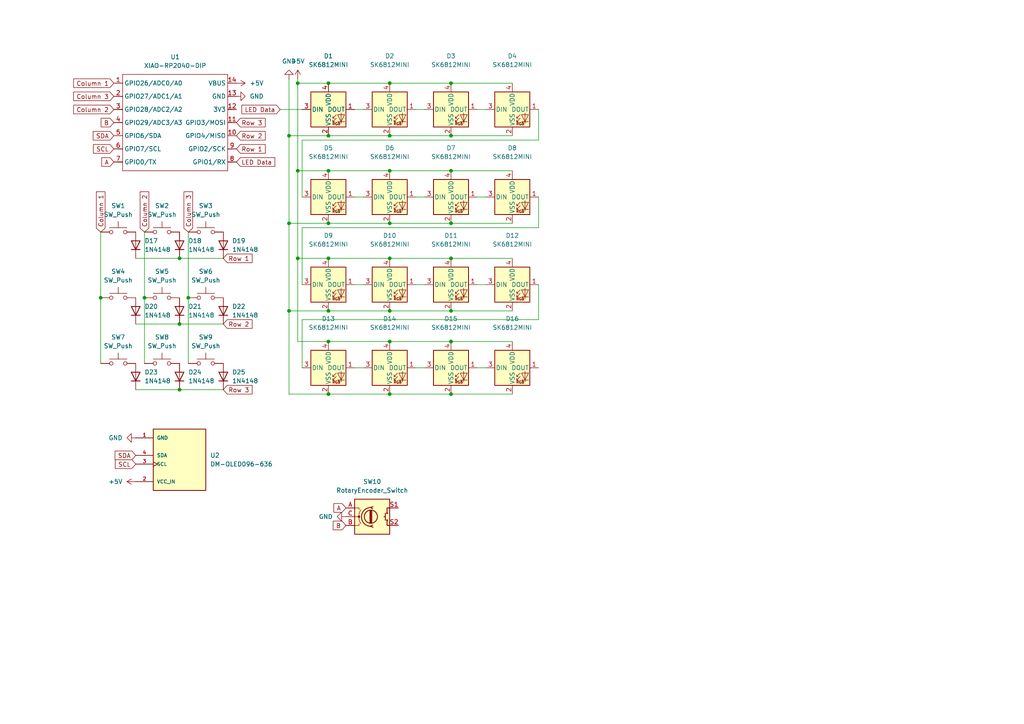
<source format=kicad_sch>
(kicad_sch (version 20250114) (generator "eeschema") (generator_version "9.0")
  (paper "A4")
  (lib_symbols
    (symbol "Device:RotaryEncoder_Switch" (pin_names (offset 0.254) (hide yes))
      (property "Reference" "SW" (at 0 6.604 0))
      (property "Value" "RotaryEncoder_Switch" (at 0 -6.604 0))
      (symbol "RotaryEncoder_Switch_0_1"
        (rectangle (start -5.08 5.08) (end 5.08 -5.08) (stroke (width 0.254)) (fill (type background)))
        (polyline (pts (xy -5.08 2.54) (xy -3.81 2.54) (xy -3.81 2.032)))
        (polyline (pts (xy -5.08 0) (xy -3.81 0) (xy -3.81 -1.016) (xy -3.302 -2.032)))
        (polyline (pts (xy -5.08 -2.54) (xy -3.81 -2.54) (xy -3.81 -2.032)))
        (polyline (pts (xy -4.318 0) (xy -3.81 0) (xy -3.81 1.016) (xy -3.302 2.032)))
        (circle (center -3.81 0) (radius 0.254) (fill (type outline)))
        (polyline (pts (xy -0.635 -1.778) (xy -0.635 1.778)) (stroke (width 0.254)))
        (circle (center -0.381 0) (radius 1.905) (stroke (width 0.254)))
        (polyline (pts (xy -0.381 -1.778) (xy -0.381 1.778)) (stroke (width 0.254)))
        (arc (start -0.381 -2.794) (mid -3.0988 -0.0635) (end -0.381 2.667) (stroke (width 0.254)))
        (polyline (pts (xy -0.127 1.778) (xy -0.127 -1.778)) (stroke (width 0.254)))
        (polyline (pts (xy 0.254 2.921) (xy -0.508 2.667) (xy 0.127 2.286)) (stroke (width 0.254)))
        (polyline (pts (xy 0.254 -3.048) (xy -0.508 -2.794) (xy 0.127 -2.413)) (stroke (width 0.254)))
        (polyline (pts (xy 3.81 1.016) (xy 3.81 -1.016)) (stroke (width 0.254)))
        (polyline (pts (xy 3.81 0) (xy 3.429 0)) (stroke (width 0.254)))
        (circle (center 4.318 1.016) (radius 0.127) (stroke (width 0.254)))
        (circle (center 4.318 -1.016) (radius 0.127) (stroke (width 0.254)))
        (polyline (pts (xy 5.08 2.54) (xy 4.318 2.54) (xy 4.318 1.016)) (stroke (width 0.254)))
        (polyline (pts (xy 5.08 -2.54) (xy 4.318 -2.54) (xy 4.318 -1.016)) (stroke (width 0.254)))
      )
      (symbol "RotaryEncoder_Switch_1_1"
        (pin passive line (at -7.62 2.54 0) (length 2.54) (name "A") (number "A"))
        (pin passive line (at -7.62 0 0) (length 2.54) (name "C") (number "C"))
        (pin passive line (at -7.62 -2.54 0) (length 2.54) (name "B") (number "B"))
        (pin passive line (at 7.62 2.54 180) (length 2.54) (name "S1") (number "S1"))
        (pin passive line (at 7.62 -2.54 180) (length 2.54) (name "S2") (number "S2"))
      )
    )
    (symbol "Diode:1N4148" (pin_numbers (hide yes)) (pin_names (hide yes))
      (property "Reference" "D" (at 0 2.54 0))
      (property "Value" "1N4148" (at 0 -2.54 0))
      (symbol "1N4148_0_1"
        (polyline (pts (xy -1.27 1.27) (xy -1.27 -1.27)) (stroke (width 0.254)))
        (polyline (pts (xy 1.27 1.27) (xy 1.27 -1.27) (xy -1.27 0) (xy 1.27 1.27)) (stroke (width 0.254)))
        (polyline (pts (xy 1.27 0) (xy -1.27 0)))
      )
      (symbol "1N4148_1_1"
        (pin passive line (at -3.81 0 0) (length 2.54) (name "K") (number "1"))
        (pin passive line (at 3.81 0 180) (length 2.54) (name "A") (number "2"))
      )
    )
    (symbol "LED:SK6812MINI" (pin_names (offset 0.254))
      (property "Reference" "D" (at 5.08 5.715 0))
      (property "Value" "SK6812MINI" (at 1.27 -5.715 0))
      (symbol "SK6812MINI_0_0"
        (text "RGB" (at 2.286 -4.191 0) (effects (font (size 0.762 0.762))))
      )
      (symbol "SK6812MINI_0_1"
        (polyline (pts (xy 1.27 -2.54) (xy 1.778 -2.54)))
        (polyline (pts (xy 1.27 -3.556) (xy 1.778 -3.556)))
        (polyline (pts (xy 2.286 -1.524) (xy 1.27 -2.54) (xy 1.27 -2.032)))
        (polyline (pts (xy 2.286 -2.54) (xy 1.27 -3.556) (xy 1.27 -3.048)))
        (polyline (pts (xy 3.683 -1.016) (xy 3.683 -3.556) (xy 3.683 -4.064)))
        (polyline (pts (xy 4.699 -1.524) (xy 2.667 -1.524) (xy 3.683 -3.556) (xy 4.699 -1.524)))
        (polyline (pts (xy 4.699 -3.556) (xy 2.667 -3.556)))
        (rectangle (start 5.08 5.08) (end -5.08 -5.08) (stroke (width 0.254)) (fill (type background)))
      )
      (symbol "SK6812MINI_1_1"
        (pin input line (at -7.62 0 0) (length 2.54) (name "DIN") (number "3"))
        (pin power_in line (at 0 7.62 270) (length 2.54) (name "VDD") (number "4"))
        (pin power_in line (at 0 -7.62 90) (length 2.54) (name "VSS") (number "2"))
        (pin output line (at 7.62 0 180) (length 2.54) (name "DOUT") (number "1"))
      )
    )
    (symbol "OLED:DM-OLED096-636" (pin_names (offset 1.016))
      (property "Reference" "U" (at -7.62 10.922 0))
      (property "Value" "DM-OLED096-636" (at -7.62 -10.16 0))
      (symbol "DM-OLED096-636_0_0"
        (rectangle (start -7.62 -7.62) (end 7.62 10.16) (stroke (width 0.254)) (fill (type background)))
        (pin power_in line (at 12.7 7.62 180) (length 5.08) (name "VCC_IN") (number "2"))
        (pin input clock (at 12.7 2.54 180) (length 5.08) (name "SCL") (number "3"))
        (pin bidirectional line (at 12.7 0 180) (length 5.08) (name "SDA") (number "4"))
        (pin power_in line (at 12.7 -5.08 180) (length 5.08) (name "GND") (number "1"))
      )
    )
    (symbol "OPL:XIAO-RP2040-DIP"
      (property "Reference" "U" (at 0 0 0))
      (property "Value" "XIAO-RP2040-DIP" (at 5.334 -1.778 0))
      (symbol "XIAO-RP2040-DIP_1_0"
        (polyline (pts (xy -1.27 -2.54) (xy 29.21 -2.54)) (stroke (width 0.1524)))
        (polyline (pts (xy -1.27 -5.08) (xy -2.54 -5.08)) (stroke (width 0.1524)))
        (polyline (pts (xy -1.27 -5.08) (xy -1.27 -2.54)) (stroke (width 0.1524)))
        (polyline (pts (xy -1.27 -8.89) (xy -2.54 -8.89)) (stroke (width 0.1524)))
        (polyline (pts (xy -1.27 -8.89) (xy -1.27 -5.08)) (stroke (width 0.1524)))
        (polyline (pts (xy -1.27 -12.7) (xy -2.54 -12.7)) (stroke (width 0.1524)))
        (polyline (pts (xy -1.27 -12.7) (xy -1.27 -8.89)) (stroke (width 0.1524)))
        (polyline (pts (xy -1.27 -16.51) (xy -2.54 -16.51)) (stroke (width 0.1524)))
        (polyline (pts (xy -1.27 -16.51) (xy -1.27 -12.7)) (stroke (width 0.1524)))
        (polyline (pts (xy -1.27 -20.32) (xy -2.54 -20.32)) (stroke (width 0.1524)))
        (polyline (pts (xy -1.27 -24.13) (xy -2.54 -24.13)) (stroke (width 0.1524)))
        (polyline (pts (xy -1.27 -27.94) (xy -2.54 -27.94)) (stroke (width 0.1524)))
        (polyline (pts (xy -1.27 -30.48) (xy -1.27 -16.51)) (stroke (width 0.1524)))
        (polyline (pts (xy 29.21 -2.54) (xy 29.21 -5.08)) (stroke (width 0.1524)))
        (polyline (pts (xy 29.21 -5.08) (xy 29.21 -8.89)) (stroke (width 0.1524)))
        (polyline (pts (xy 29.21 -8.89) (xy 29.21 -12.7)) (stroke (width 0.1524)))
        (polyline (pts (xy 29.21 -12.7) (xy 29.21 -30.48)) (stroke (width 0.1524)))
        (polyline (pts (xy 29.21 -30.48) (xy -1.27 -30.48)) (stroke (width 0.1524)))
        (polyline (pts (xy 30.48 -5.08) (xy 29.21 -5.08)) (stroke (width 0.1524)))
        (polyline (pts (xy 30.48 -8.89) (xy 29.21 -8.89)) (stroke (width 0.1524)))
        (polyline (pts (xy 30.48 -12.7) (xy 29.21 -12.7)) (stroke (width 0.1524)))
        (polyline (pts (xy 30.48 -16.51) (xy 29.21 -16.51)) (stroke (width 0.1524)))
        (polyline (pts (xy 30.48 -20.32) (xy 29.21 -20.32)) (stroke (width 0.1524)))
        (polyline (pts (xy 30.48 -24.13) (xy 29.21 -24.13)) (stroke (width 0.1524)))
        (polyline (pts (xy 30.48 -27.94) (xy 29.21 -27.94)) (stroke (width 0.1524)))
        (pin passive line (at -3.81 -5.08 0) (length 2.54) (name "GPIO26/ADC0/A0") (number "1"))
        (pin passive line (at -3.81 -8.89 0) (length 2.54) (name "GPIO27/ADC1/A1") (number "2"))
        (pin passive line (at -3.81 -12.7 0) (length 2.54) (name "GPIO28/ADC2/A2") (number "3"))
        (pin passive line (at -3.81 -16.51 0) (length 2.54) (name "GPIO29/ADC3/A3") (number "4"))
        (pin passive line (at -3.81 -20.32 0) (length 2.54) (name "GPIO6/SDA") (number "5"))
        (pin passive line (at -3.81 -24.13 0) (length 2.54) (name "GPIO7/SCL") (number "6"))
        (pin passive line (at -3.81 -27.94 0) (length 2.54) (name "GPIO0/TX") (number "7"))
        (pin passive line (at 31.75 -5.08 180) (length 2.54) (name "VBUS") (number "14"))
        (pin passive line (at 31.75 -8.89 180) (length 2.54) (name "GND") (number "13"))
        (pin passive line (at 31.75 -12.7 180) (length 2.54) (name "3V3") (number "12"))
        (pin passive line (at 31.75 -16.51 180) (length 2.54) (name "GPIO3/MOSI") (number "11"))
        (pin passive line (at 31.75 -20.32 180) (length 2.54) (name "GPIO4/MISO") (number "10"))
        (pin passive line (at 31.75 -24.13 180) (length 2.54) (name "GPIO2/SCK") (number "9"))
        (pin passive line (at 31.75 -27.94 180) (length 2.54) (name "GPIO1/RX") (number "8"))
      )
    )
    (symbol "Switch:SW_Push" (pin_numbers (hide yes)) (pin_names (offset 1.016) (hide yes))
      (property "Reference" "SW" (at 1.27 2.54 0))
      (property "Value" "SW_Push" (at 0 -1.524 0))
      (symbol "SW_Push_0_1"
        (circle (center -2.032 0) (radius 0.508))
        (polyline (pts (xy 0 1.27) (xy 0 3.048)))
        (circle (center 2.032 0) (radius 0.508))
        (polyline (pts (xy 2.54 1.27) (xy -2.54 1.27)))
        (pin passive line (at -5.08 0 0) (length 2.54) (name "1") (number "1"))
        (pin passive line (at 5.08 0 180) (length 2.54) (name "2") (number "2"))
      )
    )
    (symbol "power:+5V" (power) (pin_numbers (hide yes)) (pin_names (offset 0) (hide yes))
      (property "Value" "+5V" (at 0 3.556 0))
      (symbol "+5V_0_1"
        (polyline (pts (xy -0.762 1.27) (xy 0 2.54)))
        (polyline (pts (xy 0 2.54) (xy 0.762 1.27)))
        (polyline (pts (xy 0 0) (xy 0 2.54)))
      )
      (symbol "+5V_1_1"
        (pin power_in line (at 0 0 90) (length 0) (name "~") (number "1"))
      )
    )
    (symbol "power:GND" (power) (pin_numbers (hide yes)) (pin_names (offset 0) (hide yes))
      (property "Value" "GND" (at 0 -3.81 0))
      (symbol "GND_0_1"
        (polyline (pts (xy 0 0) (xy 0 -1.27) (xy 1.27 -1.27) (xy 0 -2.54) (xy -1.27 -1.27) (xy 0 -1.27)))
      )
      (symbol "GND_1_1"
        (pin power_in line (at 0 0 270) (length 0) (name "~") (number "1"))
      )
    )
  )
  (junction (at 130.81 24.13))
  (junction (at 86.36 49.53))
  (junction (at 113.03 90.17))
  (junction (at 41.91 86.36))
  (junction (at 95.25 24.13))
  (junction (at 52.07 93.98))
  (junction (at 83.82 39.37))
  (junction (at 54.61 86.36))
  (junction (at 52.07 113.03))
  (junction (at 95.25 39.37))
  (junction (at 113.03 24.13))
  (junction (at 86.36 74.93))
  (junction (at 130.81 99.06))
  (junction (at 83.82 64.77))
  (junction (at 113.03 99.06))
  (junction (at 113.03 49.53))
  (junction (at 83.82 90.17))
  (junction (at 95.25 64.77))
  (junction (at 113.03 64.77))
  (junction (at 29.21 86.36))
  (junction (at 130.81 114.3))
  (junction (at 95.25 114.3))
  (junction (at 95.25 74.93))
  (junction (at 52.07 74.93))
  (junction (at 113.03 39.37))
  (junction (at 86.36 24.13))
  (junction (at 130.81 74.93))
  (junction (at 113.03 74.93))
  (junction (at 130.81 49.53))
  (junction (at 130.81 90.17))
  (junction (at 95.25 99.06))
  (junction (at 130.81 39.37))
  (junction (at 95.25 90.17))
  (junction (at 130.81 64.77))
  (junction (at 113.03 114.3))
  (junction (at 95.25 49.53))
  (wire (pts (xy 86.36 74.93) (xy 86.36 49.53)))
  (wire (pts (xy 156.21 57.15) (xy 156.21 66.04)))
  (wire (pts (xy 95.25 74.93) (xy 113.03 74.93)))
  (wire (pts (xy 138.43 82.55) (xy 140.97 82.55)))
  (wire (pts (xy 120.65 57.15) (xy 123.19 57.15)))
  (wire (pts (xy 83.82 64.77) (xy 95.25 64.77)))
  (wire (pts (xy 29.21 86.36) (xy 29.21 105.41)))
  (wire (pts (xy 120.65 82.55) (xy 123.19 82.55)))
  (wire (pts (xy 83.82 22.86) (xy 83.82 39.37)))
  (wire (pts (xy 156.21 40.64) (xy 87.63 40.64)))
  (wire (pts (xy 95.25 74.93) (xy 86.36 74.93)))
  (wire (pts (xy 39.37 113.03) (xy 52.07 113.03)))
  (wire (pts (xy 130.81 49.53) (xy 148.59 49.53)))
  (wire (pts (xy 95.25 24.13) (xy 113.03 24.13)))
  (wire (pts (xy 95.25 49.53) (xy 86.36 49.53)))
  (wire (pts (xy 156.21 82.55) (xy 156.21 92.71)))
  (wire (pts (xy 102.87 57.15) (xy 105.41 57.15)))
  (wire (pts (xy 156.21 66.04) (xy 87.63 66.04)))
  (wire (pts (xy 95.25 39.37) (xy 113.03 39.37)))
  (wire (pts (xy 156.21 92.71) (xy 87.63 92.71)))
  (wire (pts (xy 102.87 82.55) (xy 105.41 82.55)))
  (wire (pts (xy 83.82 39.37) (xy 95.25 39.37)))
  (wire (pts (xy 52.07 93.98) (xy 64.77 93.98)))
  (wire (pts (xy 113.03 49.53) (xy 130.81 49.53)))
  (wire (pts (xy 86.36 99.06) (xy 86.36 74.93)))
  (wire (pts (xy 95.25 99.06) (xy 86.36 99.06)))
  (wire (pts (xy 87.63 66.04) (xy 87.63 82.55)))
  (wire (pts (xy 138.43 57.15) (xy 140.97 57.15)))
  (wire (pts (xy 113.03 74.93) (xy 130.81 74.93)))
  (wire (pts (xy 86.36 22.86) (xy 86.36 24.13)))
  (wire (pts (xy 95.25 90.17) (xy 83.82 90.17)))
  (wire (pts (xy 95.25 49.53) (xy 113.03 49.53)))
  (wire (pts (xy 130.81 99.06) (xy 113.03 99.06)))
  (wire (pts (xy 102.87 106.68) (xy 105.41 106.68)))
  (wire (pts (xy 86.36 49.53) (xy 86.36 24.13)))
  (wire (pts (xy 83.82 114.3) (xy 83.82 90.17)))
  (wire (pts (xy 120.65 31.75) (xy 123.19 31.75)))
  (wire (pts (xy 138.43 31.75) (xy 140.97 31.75)))
  (wire (pts (xy 113.03 39.37) (xy 130.81 39.37)))
  (wire (pts (xy 120.65 106.68) (xy 123.19 106.68)))
  (wire (pts (xy 87.63 40.64) (xy 87.63 57.15)))
  (wire (pts (xy 130.81 24.13) (xy 148.59 24.13)))
  (wire (pts (xy 81.28 31.75) (xy 87.63 31.75)))
  (wire (pts (xy 39.37 93.98) (xy 52.07 93.98)))
  (wire (pts (xy 130.81 64.77) (xy 148.59 64.77)))
  (wire (pts (xy 52.07 113.03) (xy 64.77 113.03)))
  (wire (pts (xy 54.61 67.31) (xy 54.61 86.36)))
  (wire (pts (xy 156.21 31.75) (xy 156.21 40.64)))
  (wire (pts (xy 86.36 24.13) (xy 95.25 24.13)))
  (wire (pts (xy 29.21 67.31) (xy 29.21 86.36)))
  (wire (pts (xy 130.81 90.17) (xy 148.59 90.17)))
  (wire (pts (xy 95.25 64.77) (xy 113.03 64.77)))
  (wire (pts (xy 83.82 64.77) (xy 83.82 39.37)))
  (wire (pts (xy 113.03 99.06) (xy 95.25 99.06)))
  (wire (pts (xy 52.07 74.93) (xy 64.77 74.93)))
  (wire (pts (xy 113.03 64.77) (xy 130.81 64.77)))
  (wire (pts (xy 138.43 106.68) (xy 140.97 106.68)))
  (wire (pts (xy 95.25 90.17) (xy 113.03 90.17)))
  (wire (pts (xy 113.03 90.17) (xy 130.81 90.17)))
  (wire (pts (xy 39.37 74.93) (xy 52.07 74.93)))
  (wire (pts (xy 148.59 99.06) (xy 130.81 99.06)))
  (wire (pts (xy 130.81 114.3) (xy 113.03 114.3)))
  (wire (pts (xy 83.82 90.17) (xy 83.82 64.77)))
  (wire (pts (xy 54.61 86.36) (xy 54.61 105.41)))
  (wire (pts (xy 102.87 31.75) (xy 105.41 31.75)))
  (wire (pts (xy 113.03 114.3) (xy 95.25 114.3)))
  (wire (pts (xy 87.63 92.71) (xy 87.63 106.68)))
  (wire (pts (xy 148.59 114.3) (xy 130.81 114.3)))
  (wire (pts (xy 130.81 74.93) (xy 148.59 74.93)))
  (wire (pts (xy 113.03 24.13) (xy 130.81 24.13)))
  (wire (pts (xy 41.91 67.31) (xy 41.91 86.36)))
  (wire (pts (xy 95.25 114.3) (xy 83.82 114.3)))
  (wire (pts (xy 41.91 86.36) (xy 41.91 105.41)))
  (wire (pts (xy 130.81 39.37) (xy 148.59 39.37)))
  (global_label "B" (shape input) (at 33.02 35.56 180) (property "Intersheetrefs" "${INTERSHEET_REFS}" (effects (hide yes))))
  (global_label "A" (shape input) (at 100.33 147.32 180) (property "Intersheetrefs" "${INTERSHEET_REFS}" (effects (hide yes))))
  (global_label "Column 1" (shape input) (at 33.02 24.13 180) (property "Intersheetrefs" "${INTERSHEET_REFS}" (effects (hide yes))))
  (global_label "Column 2" (shape input) (at 41.91 67.31 90) (property "Intersheetrefs" "${INTERSHEET_REFS}" (effects (hide yes))))
  (global_label "Row 2" (shape input) (at 64.77 93.98 0) (property "Intersheetrefs" "${INTERSHEET_REFS}" (effects (hide yes))))
  (global_label "SCL" (shape input) (at 33.02 43.18 180) (property "Intersheetrefs" "${INTERSHEET_REFS}" (effects (hide yes))))
  (global_label "SDA" (shape input) (at 33.02 39.37 180) (property "Intersheetrefs" "${INTERSHEET_REFS}" (effects (hide yes))))
  (global_label "Column 3" (shape input) (at 33.02 27.94 180) (property "Intersheetrefs" "${INTERSHEET_REFS}" (effects (hide yes))))
  (global_label "Row 3" (shape input) (at 64.77 113.03 0) (property "Intersheetrefs" "${INTERSHEET_REFS}" (effects (hide yes))))
  (global_label "SCL" (shape input) (at 39.37 134.62 180) (property "Intersheetrefs" "${INTERSHEET_REFS}" (effects (hide yes))))
  (global_label "SDA" (shape input) (at 39.37 132.08 180) (property "Intersheetrefs" "${INTERSHEET_REFS}" (effects (hide yes))))
  (global_label "LED Data" (shape input) (at 68.58 46.99 0) (property "Intersheetrefs" "${INTERSHEET_REFS}" (effects (hide yes))))
  (global_label "Row 3" (shape input) (at 68.58 35.56 0) (property "Intersheetrefs" "${INTERSHEET_REFS}" (effects (hide yes))))
  (global_label "Row 1" (shape input) (at 64.77 74.93 0) (property "Intersheetrefs" "${INTERSHEET_REFS}" (effects (hide yes))))
  (global_label "LED Data" (shape input) (at 81.28 31.75 180) (property "Intersheetrefs" "${INTERSHEET_REFS}" (effects (hide yes))))
  (global_label "Row 2" (shape input) (at 68.58 39.37 0) (property "Intersheetrefs" "${INTERSHEET_REFS}" (effects (hide yes))))
  (global_label "Column 2" (shape input) (at 33.02 31.75 180) (property "Intersheetrefs" "${INTERSHEET_REFS}" (effects (hide yes))))
  (global_label "B" (shape input) (at 100.33 152.4 180) (property "Intersheetrefs" "${INTERSHEET_REFS}" (effects (hide yes))))
  (global_label "Row 1" (shape input) (at 68.58 43.18 0) (property "Intersheetrefs" "${INTERSHEET_REFS}" (effects (hide yes))))
  (global_label "A" (shape input) (at 33.02 46.99 180) (property "Intersheetrefs" "${INTERSHEET_REFS}" (effects (hide yes))))
  (global_label "Column 3" (shape input) (at 54.61 67.31 90) (property "Intersheetrefs" "${INTERSHEET_REFS}" (effects (hide yes))))
  (global_label "Column 1" (shape input) (at 29.21 67.31 90) (property "Intersheetrefs" "${INTERSHEET_REFS}" (effects (hide yes))))
  (symbol (lib_id "LED:SK6812MINI") (at 95.25 57.15 0) (unit 1)
    (property "Reference" "D5" (at 95.25 42.926 0))
    (property "Value" "SK6812MINI" (at 95.25 45.466 0))
    (property "Footprint" "LED_SMD:LED_SK6812MINI_PLCC4_3.5x3.5mm_P1.75mm" (effects (hide yes)))
    (property "Datasheet" "https://cdn-shop.adafruit.com/product-files/2686/SK6812MINI_REV.01-1-2.pdf" (effects (hide yes)))
    (property "Description" "RGB LED with integrated controller" (effects (hide yes)))
  )
  (symbol (lib_id "LED:SK6812MINI") (at 130.81 82.55 0) (unit 1)
    (property "Reference" "D11" (at 130.81 68.326 0))
    (property "Value" "SK6812MINI" (at 130.81 70.866 0))
    (property "Footprint" "LED_SMD:LED_SK6812MINI_PLCC4_3.5x3.5mm_P1.75mm" (effects (hide yes)))
    (property "Datasheet" "https://cdn-shop.adafruit.com/product-files/2686/SK6812MINI_REV.01-1-2.pdf" (effects (hide yes)))
    (property "Description" "RGB LED with integrated controller" (effects (hide yes)))
  )
  (symbol (lib_id "LED:SK6812MINI") (at 113.03 82.55 0) (unit 1)
    (property "Reference" "D10" (at 113.03 68.326 0))
    (property "Value" "SK6812MINI" (at 113.03 70.866 0))
    (property "Footprint" "LED_SMD:LED_SK6812MINI_PLCC4_3.5x3.5mm_P1.75mm" (effects (hide yes)))
    (property "Datasheet" "https://cdn-shop.adafruit.com/product-files/2686/SK6812MINI_REV.01-1-2.pdf" (effects (hide yes)))
    (property "Description" "RGB LED with integrated controller" (effects (hide yes)))
  )
  (symbol (lib_id "LED:SK6812MINI") (at 95.25 82.55 0) (unit 1)
    (property "Reference" "D9" (at 95.25 68.326 0))
    (property "Value" "SK6812MINI" (at 95.25 70.866 0))
    (property "Footprint" "LED_SMD:LED_SK6812MINI_PLCC4_3.5x3.5mm_P1.75mm" (effects (hide yes)))
    (property "Datasheet" "https://cdn-shop.adafruit.com/product-files/2686/SK6812MINI_REV.01-1-2.pdf" (effects (hide yes)))
    (property "Description" "RGB LED with integrated controller" (effects (hide yes)))
  )
  (symbol (lib_id "LED:SK6812MINI") (at 95.25 106.68 0) (unit 1)
    (property "Reference" "D13" (at 95.25 92.456 0))
    (property "Value" "SK6812MINI" (at 95.25 94.996 0))
    (property "Footprint" "LED_SMD:LED_SK6812MINI_PLCC4_3.5x3.5mm_P1.75mm" (effects (hide yes)))
    (property "Datasheet" "https://cdn-shop.adafruit.com/product-files/2686/SK6812MINI_REV.01-1-2.pdf" (effects (hide yes)))
    (property "Description" "RGB LED with integrated controller" (effects (hide yes)))
  )
  (symbol (lib_id "Switch:SW_Push") (at 46.99 105.41 0) (unit 1)
    (property "Reference" "SW8" (at 46.99 97.79 0))
    (property "Value" "SW_Push" (at 46.99 100.33 0))
    (property "Footprint" "Button_Switch_Keyboard:SW_Cherry_MX_1.00u_PCB" (effects (hide yes)))
    (property "Description" "Push button switch, generic, two pins" (effects (hide yes)))
  )
  (symbol (lib_id "Diode:1N4148") (at 64.77 109.22 90) (unit 1)
    (property "Reference" "D25" (at 67.31 107.9499 90) (effects (justify right)))
    (property "Value" "1N4148" (at 67.31 110.4899 90) (effects (justify right)))
    (property "Footprint" "Diode_THT:D_DO-35_SOD27_P7.62mm_Horizontal" (effects (hide yes)))
    (property "Datasheet" "https://assets.nexperia.com/documents/data-sheet/1N4148_1N4448.pdf" (effects (hide yes)))
    (property "Description" "100V 0.15A standard switching diode, DO-35" (effects (hide yes)))
    (property "Sim.Device" "D" (effects (hide yes)))
    (property "Sim.Pins" "1=K 2=A" (effects (hide yes)))
  )
  (symbol (lib_id "LED:SK6812MINI") (at 130.81 31.75 0) (unit 1)
    (property "Reference" "D3" (at 130.81 16.256 0))
    (property "Value" "SK6812MINI" (at 130.81 18.796 0))
    (property "Footprint" "LED_SMD:LED_SK6812MINI_PLCC4_3.5x3.5mm_P1.75mm" (effects (hide yes)))
    (property "Datasheet" "https://cdn-shop.adafruit.com/product-files/2686/SK6812MINI_REV.01-1-2.pdf" (effects (hide yes)))
    (property "Description" "RGB LED with integrated controller" (effects (hide yes)))
  )
  (symbol (lib_id "OPL:XIAO-RP2040-DIP") (at 36.83 19.05 0) (unit 1)
    (property "Reference" "U1" (at 50.8 16.51 0))
    (property "Value" "XIAO-RP2040-DIP" (at 50.8 19.05 0))
    (property "Footprint" "OPL:XIAO-RP2040-DIP" (effects (hide yes)))
  )
  (symbol (lib_id "Switch:SW_Push") (at 59.69 86.36 0) (unit 1)
    (property "Reference" "SW6" (at 59.69 78.74 0))
    (property "Value" "SW_Push" (at 59.69 81.28 0))
    (property "Footprint" "Button_Switch_Keyboard:SW_Cherry_MX_1.00u_PCB" (effects (hide yes)))
    (property "Description" "Push button switch, generic, two pins" (effects (hide yes)))
  )
  (symbol (lib_id "power:GND") (at 100.33 149.86 270) (unit 1)
    (property "Reference" "#PWR05" (effects (hide yes)))
    (property "Value" "GND" (at 96.52 149.8599 90) (effects (justify right)))
    (property "Description" "Power symbol creates a global label with name \"GND\" , ground" (effects (hide yes)))
  )
  (symbol (lib_id "Diode:1N4148") (at 64.77 71.12 90) (unit 1)
    (property "Reference" "D19" (at 67.31 69.8499 90) (effects (justify right)))
    (property "Value" "1N4148" (at 67.31 72.3899 90) (effects (justify right)))
    (property "Footprint" "Diode_THT:D_DO-35_SOD27_P7.62mm_Horizontal" (effects (hide yes)))
    (property "Datasheet" "https://assets.nexperia.com/documents/data-sheet/1N4148_1N4448.pdf" (effects (hide yes)))
    (property "Description" "100V 0.15A standard switching diode, DO-35" (effects (hide yes)))
    (property "Sim.Device" "D" (effects (hide yes)))
    (property "Sim.Pins" "1=K 2=A" (effects (hide yes)))
  )
  (symbol (lib_id "Diode:1N4148") (at 52.07 90.17 90) (unit 1)
    (property "Reference" "D21" (at 54.61 88.8999 90) (effects (justify right)))
    (property "Value" "1N4148" (at 54.61 91.4399 90) (effects (justify right)))
    (property "Footprint" "Diode_THT:D_DO-35_SOD27_P7.62mm_Horizontal" (effects (hide yes)))
    (property "Datasheet" "https://assets.nexperia.com/documents/data-sheet/1N4148_1N4448.pdf" (effects (hide yes)))
    (property "Description" "100V 0.15A standard switching diode, DO-35" (effects (hide yes)))
    (property "Sim.Device" "D" (effects (hide yes)))
    (property "Sim.Pins" "1=K 2=A" (effects (hide yes)))
  )
  (symbol (lib_id "Switch:SW_Push") (at 34.29 67.31 0) (unit 1)
    (property "Reference" "SW1" (at 34.29 59.69 0))
    (property "Value" "SW_Push" (at 34.29 62.23 0))
    (property "Footprint" "Button_Switch_Keyboard:SW_Cherry_MX_1.00u_PCB" (effects (hide yes)))
    (property "Description" "Push button switch, generic, two pins" (effects (hide yes)))
  )
  (symbol (lib_id "LED:SK6812MINI") (at 113.03 106.68 0) (unit 1)
    (property "Reference" "D14" (at 113.03 92.456 0))
    (property "Value" "SK6812MINI" (at 113.03 94.996 0))
    (property "Footprint" "LED_SMD:LED_SK6812MINI_PLCC4_3.5x3.5mm_P1.75mm" (effects (hide yes)))
    (property "Datasheet" "https://cdn-shop.adafruit.com/product-files/2686/SK6812MINI_REV.01-1-2.pdf" (effects (hide yes)))
    (property "Description" "RGB LED with integrated controller" (effects (hide yes)))
  )
  (symbol (lib_id "Diode:1N4148") (at 39.37 71.12 90) (unit 1)
    (property "Reference" "D17" (at 41.91 69.8499 90) (effects (justify right)))
    (property "Value" "1N4148" (at 41.91 72.3899 90) (effects (justify right)))
    (property "Footprint" "Diode_THT:D_DO-35_SOD27_P7.62mm_Horizontal" (effects (hide yes)))
    (property "Datasheet" "https://assets.nexperia.com/documents/data-sheet/1N4148_1N4448.pdf" (effects (hide yes)))
    (property "Description" "100V 0.15A standard switching diode, DO-35" (effects (hide yes)))
    (property "Sim.Device" "D" (effects (hide yes)))
    (property "Sim.Pins" "1=K 2=A" (effects (hide yes)))
  )
  (symbol (lib_id "LED:SK6812MINI") (at 130.81 106.68 0) (unit 1)
    (property "Reference" "D15" (at 130.81 92.456 0))
    (property "Value" "SK6812MINI" (at 130.81 94.996 0))
    (property "Footprint" "LED_SMD:LED_SK6812MINI_PLCC4_3.5x3.5mm_P1.75mm" (effects (hide yes)))
    (property "Datasheet" "https://cdn-shop.adafruit.com/product-files/2686/SK6812MINI_REV.01-1-2.pdf" (effects (hide yes)))
    (property "Description" "RGB LED with integrated controller" (effects (hide yes)))
  )
  (symbol (lib_id "LED:SK6812MINI") (at 148.59 82.55 0) (unit 1)
    (property "Reference" "D12" (at 148.59 68.326 0))
    (property "Value" "SK6812MINI" (at 148.59 70.866 0))
    (property "Footprint" "LED_SMD:LED_SK6812MINI_PLCC4_3.5x3.5mm_P1.75mm" (effects (hide yes)))
    (property "Datasheet" "https://cdn-shop.adafruit.com/product-files/2686/SK6812MINI_REV.01-1-2.pdf" (effects (hide yes)))
    (property "Description" "RGB LED with integrated controller" (effects (hide yes)))
  )
  (symbol (lib_id "OLED:DM-OLED096-636") (at 52.07 132.08 180) (unit 1)
    (property "Reference" "U2" (at 60.96 132.0799 0) (effects (justify right)))
    (property "Value" "DM-OLED096-636" (at 60.96 134.6199 0) (effects (justify right)))
    (property "Footprint" "OLED:SSD1306-0.91-OLED-4pin-128x32" (effects (hide yes)))
    (property "MF" "Display Module" (effects (hide yes)))
    (property "MAXIMUM_PACKAGE_HEIGHT" "11.3 mm" (effects (hide yes)))
    (property "Package" "Package" (effects (hide yes)))
    (property "Price" "None" (effects (hide yes)))
    (property "Check_prices" "https://www.snapeda.com/parts/DM-OLED096-636/Display+Module/view-part/?ref=eda" (effects (hide yes)))
    (property "STANDARD" "Manufacturer Recommendations" (effects (hide yes)))
    (property "PARTREV" "2018-09-10" (effects (hide yes)))
    (property "SnapEDA_Link" "https://www.snapeda.com/parts/DM-OLED096-636/Display+Module/view-part/?ref=snap" (effects (hide yes)))
    (property "MP" "DM-OLED096-636" (effects (hide yes)))
    (property "Description_1" "0.96” 128 X 64 MONOCHROME GRAPHIC OLED DISPLAY MODULE - I2C" (effects (hide yes)))
    (property "Availability" "Not in stock" (effects (hide yes)))
    (property "MANUFACTURER" "Displaymodule" (effects (hide yes)))
  )
  (symbol (lib_id "Switch:SW_Push") (at 46.99 86.36 0) (unit 1)
    (property "Reference" "SW5" (at 46.99 78.74 0))
    (property "Value" "SW_Push" (at 46.99 81.28 0))
    (property "Footprint" "Button_Switch_Keyboard:SW_Cherry_MX_1.00u_PCB" (effects (hide yes)))
    (property "Description" "Push button switch, generic, two pins" (effects (hide yes)))
  )
  (symbol (lib_id "power:+5V") (at 68.58 24.13 270) (unit 1)
    (property "Reference" "#PWR03" (effects (hide yes)))
    (property "Value" "+5V" (at 72.39 24.1299 90) (effects (justify left)))
    (property "Description" "Power symbol creates a global label with name \"+5V\"" (effects (hide yes)))
  )
  (symbol (lib_id "Switch:SW_Push") (at 46.99 67.31 0) (unit 1)
    (property "Reference" "SW2" (at 46.99 59.69 0))
    (property "Value" "SW_Push" (at 46.99 62.23 0))
    (property "Footprint" "Button_Switch_Keyboard:SW_Cherry_MX_1.00u_PCB" (effects (hide yes)))
    (property "Description" "Push button switch, generic, two pins" (effects (hide yes)))
  )
  (symbol (lib_id "LED:SK6812MINI") (at 95.25 31.75 0) (unit 1)
    (property "Reference" "D1" (at 95.25 16.256 0))
    (property "Value" "SK6812MINI" (at 95.25 18.796 0))
    (property "Footprint" "LED_SMD:LED_SK6812MINI_PLCC4_3.5x3.5mm_P1.75mm" (effects (hide yes)))
    (property "Datasheet" "https://cdn-shop.adafruit.com/product-files/2686/SK6812MINI_REV.01-1-2.pdf" (effects (hide yes)))
    (property "Description" "RGB LED with integrated controller" (effects (hide yes)))
  )
  (symbol (lib_id "power:+5V") (at 86.36 22.86 0) (unit 1)
    (property "Reference" "#PWR04" (effects (hide yes)))
    (property "Value" "+5V" (at 86.36 17.78 0))
    (property "Description" "Power symbol creates a global label with name \"+5V\"" (effects (hide yes)))
  )
  (symbol (lib_id "Diode:1N4148") (at 52.07 109.22 90) (unit 1)
    (property "Reference" "D24" (at 54.61 107.9499 90) (effects (justify right)))
    (property "Value" "1N4148" (at 54.61 110.4899 90) (effects (justify right)))
    (property "Footprint" "Diode_THT:D_DO-35_SOD27_P7.62mm_Horizontal" (effects (hide yes)))
    (property "Datasheet" "https://assets.nexperia.com/documents/data-sheet/1N4148_1N4448.pdf" (effects (hide yes)))
    (property "Description" "100V 0.15A standard switching diode, DO-35" (effects (hide yes)))
    (property "Sim.Device" "D" (effects (hide yes)))
    (property "Sim.Pins" "1=K 2=A" (effects (hide yes)))
  )
  (symbol (lib_id "LED:SK6812MINI") (at 113.03 31.75 0) (unit 1)
    (property "Reference" "D2" (at 113.03 16.256 0))
    (property "Value" "SK6812MINI" (at 113.03 18.796 0))
    (property "Footprint" "LED_SMD:LED_SK6812MINI_PLCC4_3.5x3.5mm_P1.75mm" (effects (hide yes)))
    (property "Datasheet" "https://cdn-shop.adafruit.com/product-files/2686/SK6812MINI_REV.01-1-2.pdf" (effects (hide yes)))
    (property "Description" "RGB LED with integrated controller" (effects (hide yes)))
  )
  (symbol (lib_id "Diode:1N4148") (at 64.77 90.17 90) (unit 1)
    (property "Reference" "D22" (at 67.31 88.8999 90) (effects (justify right)))
    (property "Value" "1N4148" (at 67.31 91.4399 90) (effects (justify right)))
    (property "Footprint" "Diode_THT:D_DO-35_SOD27_P7.62mm_Horizontal" (effects (hide yes)))
    (property "Datasheet" "https://assets.nexperia.com/documents/data-sheet/1N4148_1N4448.pdf" (effects (hide yes)))
    (property "Description" "100V 0.15A standard switching diode, DO-35" (effects (hide yes)))
    (property "Sim.Device" "D" (effects (hide yes)))
    (property "Sim.Pins" "1=K 2=A" (effects (hide yes)))
  )
  (symbol (lib_id "Diode:1N4148") (at 39.37 90.17 90) (unit 1)
    (property "Reference" "D20" (at 41.91 88.8999 90) (effects (justify right)))
    (property "Value" "1N4148" (at 41.91 91.4399 90) (effects (justify right)))
    (property "Footprint" "Diode_THT:D_DO-35_SOD27_P7.62mm_Horizontal" (effects (hide yes)))
    (property "Datasheet" "https://assets.nexperia.com/documents/data-sheet/1N4148_1N4448.pdf" (effects (hide yes)))
    (property "Description" "100V 0.15A standard switching diode, DO-35" (effects (hide yes)))
    (property "Sim.Device" "D" (effects (hide yes)))
    (property "Sim.Pins" "1=K 2=A" (effects (hide yes)))
  )
  (symbol (lib_id "LED:SK6812MINI") (at 148.59 57.15 0) (unit 1)
    (property "Reference" "D8" (at 148.59 42.926 0))
    (property "Value" "SK6812MINI" (at 148.59 45.466 0))
    (property "Footprint" "LED_SMD:LED_SK6812MINI_PLCC4_3.5x3.5mm_P1.75mm" (effects (hide yes)))
    (property "Datasheet" "https://cdn-shop.adafruit.com/product-files/2686/SK6812MINI_REV.01-1-2.pdf" (effects (hide yes)))
    (property "Description" "RGB LED with integrated controller" (effects (hide yes)))
  )
  (symbol (lib_id "LED:SK6812MINI") (at 148.59 31.75 0) (unit 1)
    (property "Reference" "D4" (at 148.59 16.256 0))
    (property "Value" "SK6812MINI" (at 148.59 18.796 0))
    (property "Footprint" "LED_SMD:LED_SK6812MINI_PLCC4_3.5x3.5mm_P1.75mm" (effects (hide yes)))
    (property "Datasheet" "https://cdn-shop.adafruit.com/product-files/2686/SK6812MINI_REV.01-1-2.pdf" (effects (hide yes)))
    (property "Description" "RGB LED with integrated controller" (effects (hide yes)))
  )
  (symbol (lib_id "power:GND") (at 83.82 22.86 180) (unit 1)
    (property "Reference" "#PWR01" (effects (hide yes)))
    (property "Value" "GND" (at 83.82 17.78 0))
    (property "Description" "Power symbol creates a global label with name \"GND\" , ground" (effects (hide yes)))
  )
  (symbol (lib_id "Device:RotaryEncoder_Switch") (at 107.95 149.86 0) (unit 1)
    (property "Reference" "SW10" (at 107.95 139.7 0))
    (property "Value" "RotaryEncoder_Switch" (at 107.95 142.24 0))
    (property "Description" "Rotary encoder, dual channel, incremental quadrate outputs, with switch" (effects (hide yes)))
  )
  (symbol (lib_id "Switch:SW_Push") (at 34.29 105.41 0) (unit 1)
    (property "Reference" "SW7" (at 34.29 97.79 0))
    (property "Value" "SW_Push" (at 34.29 100.33 0))
    (property "Footprint" "Button_Switch_Keyboard:SW_Cherry_MX_1.00u_PCB" (effects (hide yes)))
    (property "Description" "Push button switch, generic, two pins" (effects (hide yes)))
  )
  (symbol (lib_id "LED:SK6812MINI") (at 148.59 106.68 0) (unit 1)
    (property "Reference" "D16" (at 148.59 92.456 0))
    (property "Value" "SK6812MINI" (at 148.59 94.996 0))
    (property "Footprint" "LED_SMD:LED_SK6812MINI_PLCC4_3.5x3.5mm_P1.75mm" (effects (hide yes)))
    (property "Datasheet" "https://cdn-shop.adafruit.com/product-files/2686/SK6812MINI_REV.01-1-2.pdf" (effects (hide yes)))
    (property "Description" "RGB LED with integrated controller" (effects (hide yes)))
  )
  (symbol (lib_id "LED:SK6812MINI") (at 130.81 57.15 0) (unit 1)
    (property "Reference" "D7" (at 130.81 42.926 0))
    (property "Value" "SK6812MINI" (at 130.81 45.466 0))
    (property "Footprint" "LED_SMD:LED_SK6812MINI_PLCC4_3.5x3.5mm_P1.75mm" (effects (hide yes)))
    (property "Datasheet" "https://cdn-shop.adafruit.com/product-files/2686/SK6812MINI_REV.01-1-2.pdf" (effects (hide yes)))
    (property "Description" "RGB LED with integrated controller" (effects (hide yes)))
  )
  (symbol (lib_id "power:+5V") (at 39.37 139.7 90) (unit 1)
    (property "Reference" "#PWR06" (effects (hide yes)))
    (property "Value" "+5V" (at 35.56 139.6999 90) (effects (justify left)))
    (property "Description" "Power symbol creates a global label with name \"+5V\"" (effects (hide yes)))
  )
  (symbol (lib_id "Switch:SW_Push") (at 59.69 67.31 0) (unit 1)
    (property "Reference" "SW3" (at 59.69 59.69 0))
    (property "Value" "SW_Push" (at 59.69 62.23 0))
    (property "Footprint" "Button_Switch_Keyboard:SW_Cherry_MX_1.00u_PCB" (effects (hide yes)))
    (property "Description" "Push button switch, generic, two pins" (effects (hide yes)))
  )
  (symbol (lib_id "power:GND") (at 39.37 127 270) (unit 1)
    (property "Reference" "#PWR07" (effects (hide yes)))
    (property "Value" "GND" (at 35.56 126.9999 90) (effects (justify right)))
    (property "Description" "Power symbol creates a global label with name \"GND\" , ground" (effects (hide yes)))
  )
  (symbol (lib_id "Switch:SW_Push") (at 34.29 86.36 0) (unit 1)
    (property "Reference" "SW4" (at 34.29 78.74 0))
    (property "Value" "SW_Push" (at 34.29 81.28 0))
    (property "Footprint" "Button_Switch_Keyboard:SW_Cherry_MX_1.00u_PCB" (effects (hide yes)))
    (property "Description" "Push button switch, generic, two pins" (effects (hide yes)))
  )
  (symbol (lib_id "Switch:SW_Push") (at 59.69 105.41 0) (unit 1)
    (property "Reference" "SW9" (at 59.69 97.79 0))
    (property "Value" "SW_Push" (at 59.69 100.33 0))
    (property "Footprint" "Button_Switch_Keyboard:SW_Cherry_MX_1.00u_PCB" (effects (hide yes)))
    (property "Description" "Push button switch, generic, two pins" (effects (hide yes)))
  )
  (symbol (lib_id "Diode:1N4148") (at 52.07 71.12 90) (unit 1)
    (property "Reference" "D18" (at 54.61 69.8499 90) (effects (justify right)))
    (property "Value" "1N4148" (at 54.61 72.3899 90) (effects (justify right)))
    (property "Footprint" "Diode_THT:D_DO-35_SOD27_P7.62mm_Horizontal" (effects (hide yes)))
    (property "Datasheet" "https://assets.nexperia.com/documents/data-sheet/1N4148_1N4448.pdf" (effects (hide yes)))
    (property "Description" "100V 0.15A standard switching diode, DO-35" (effects (hide yes)))
    (property "Sim.Device" "D" (effects (hide yes)))
    (property "Sim.Pins" "1=K 2=A" (effects (hide yes)))
  )
  (symbol (lib_id "power:GND") (at 68.58 27.94 90) (unit 1)
    (property "Reference" "#PWR02" (effects (hide yes)))
    (property "Value" "GND" (at 72.39 27.9399 90) (effects (justify right)))
    (property "Description" "Power symbol creates a global label with name \"GND\" , ground" (effects (hide yes)))
  )
  (symbol (lib_id "LED:SK6812MINI") (at 113.03 57.15 0) (unit 1)
    (property "Reference" "D6" (at 113.03 42.926 0))
    (property "Value" "SK6812MINI" (at 113.03 45.466 0))
    (property "Footprint" "LED_SMD:LED_SK6812MINI_PLCC4_3.5x3.5mm_P1.75mm" (effects (hide yes)))
    (property "Datasheet" "https://cdn-shop.adafruit.com/product-files/2686/SK6812MINI_REV.01-1-2.pdf" (effects (hide yes)))
    (property "Description" "RGB LED with integrated controller" (effects (hide yes)))
  )
  (symbol (lib_id "Diode:1N4148") (at 39.37 109.22 90) (unit 1)
    (property "Reference" "D23" (at 41.91 107.9499 90) (effects (justify right)))
    (property "Value" "1N4148" (at 41.91 110.4899 90) (effects (justify right)))
    (property "Footprint" "Diode_THT:D_DO-35_SOD27_P7.62mm_Horizontal" (effects (hide yes)))
    (property "Datasheet" "https://assets.nexperia.com/documents/data-sheet/1N4148_1N4448.pdf" (effects (hide yes)))
    (property "Description" "100V 0.15A standard switching diode, DO-35" (effects (hide yes)))
    (property "Sim.Device" "D" (effects (hide yes)))
    (property "Sim.Pins" "1=K 2=A" (effects (hide yes)))
  )
)
</source>
